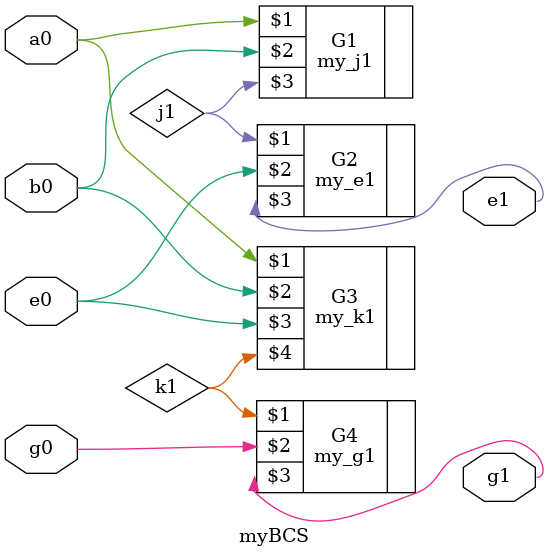
<source format=v>
`timescale 1ns/1ns
module myBCS(input a0, b0, e0, g0, output e1, g1);
	my_j1 G1(a0, b0, j1);
	my_e1 G2(j1, e0, e1);
	my_k1 G3(a0, b0, e0, k1);
	my_g1 G4(k1, g0, g1);
endmodule

</source>
